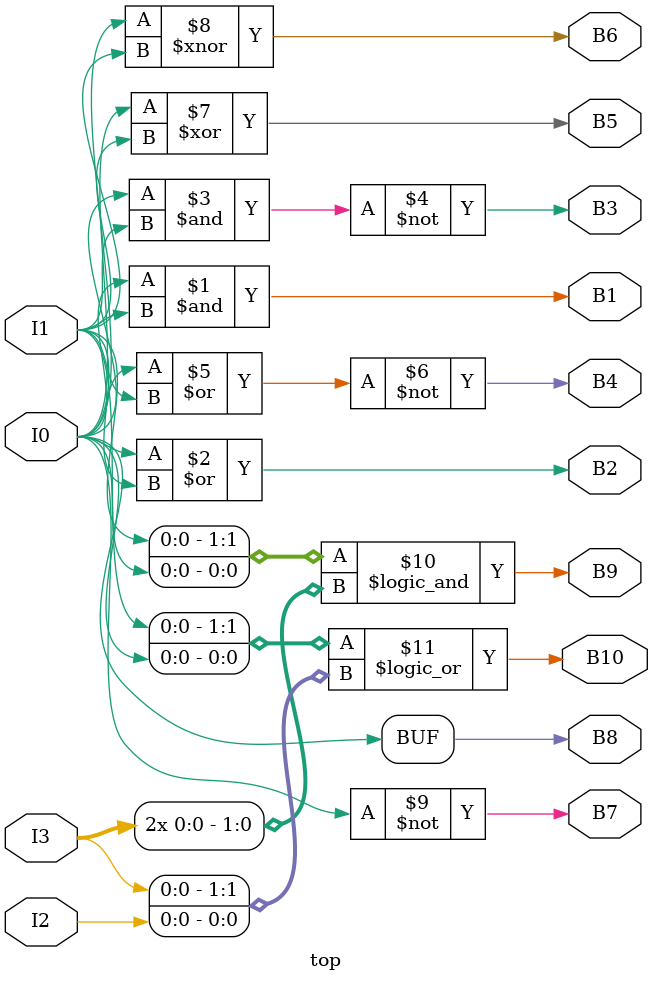
<source format=v>
module top (
  input I0, I1, I2, I3,
  output B1, B2, B3, B4, B5, B6, B7, B8, B9, B10
);
  assign B1 = I0 & I1;
  assign B2 = I0 | I1;
  assign B3 = I0~&I1;
  assign B4 = I0~|I1;
  assign B5 = I0 ^ I1;
  assign B6 = I0 ~^ I1;
  assign B7 = ~I0;
  assign B8 = I0;
  assign B9 = {I1, I0} && {I3, I3};
  assign B10 = {I1, I0} || {I3, I2};
endmodule

</source>
